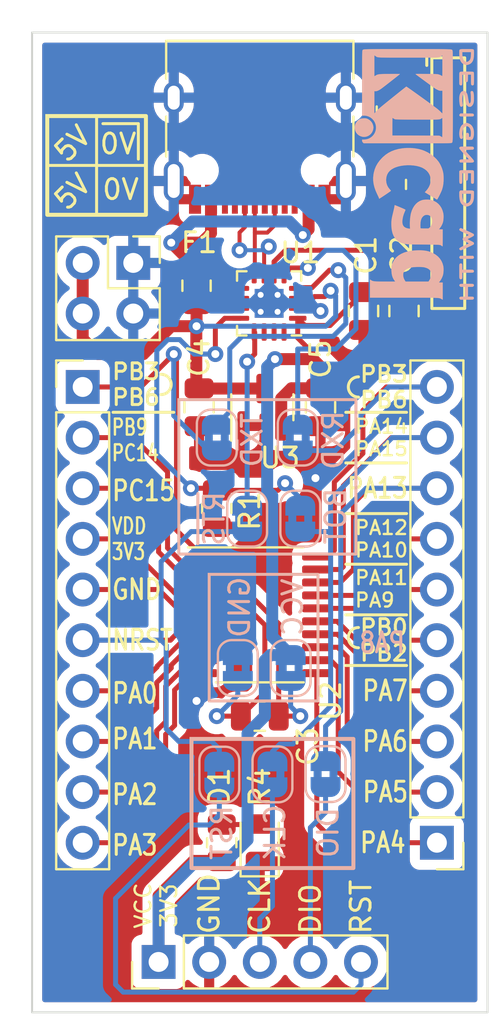
<source format=kicad_pcb>
(kicad_pcb (version 20211014) (generator pcbnew)
  (layers (0 "F.Cu" signal) (31 "B.Cu" signal) (34 "B.Paste" user) (35 "F.Paste" user) (36 "B.SilkS" user "B.Silkscreen") (37 "F.SilkS" user "F.Silkscreen") (38 "B.Mask" user) (39 "F.Mask" user) (44 "Edge.Cuts" user))
  (net 0 "")
  (net 1 "/PIN1")
  (net 2 "/PIN2")
  (net 3 "/PIN3")
  (net 4 "/PIN4")
  (net 5 "/PIN5")
  (net 6 "/PIN6")
  (net 7 "/PIN7")
  (net 8 "/PIN8")
  (net 9 "/PIN9")
  (net 10 "/PIN10")
  (net 11 "/PIN11")
  (net 12 "/PIN12")
  (net 13 "/PIN13")
  (net 14 "/PIN14")
  (net 15 "/PIN15")
  (net 16 "/PIN16")
  (net 17 "/PIN17")
  (net 18 "/PIN18")
  (net 19 "/PIN19")
  (net 20 "/PIN20")
  (net 21 "+3V3")
  (net 22 "GND")
  (net 23 "Net-(C2-Pad1)")
  (net 24 "Net-(D1-Pad2)")
  (net 25 "/RXD")
  (net 26 "/TXD")
  (net 27 "/ACT#")
  (net 28 "Net-(F1-Pad1)")
  (net 29 "VBUS")
  (net 30 "/CC1")
  (net 31 "/USBD+")
  (net 32 "/USBD-")
  (net 34 "/CC2")
  (net 36 "/SWDIO")
  (net 37 "/SWCLK")
  (net 38 "/NRST")
  (net 39 "/~{RTS}")
  (net 40 "/BOOT0")
  (footprint "LED_SMD:LED_0805_2012Metric" (layer "F.Cu") (at 130.805 96.52 90)
    (fp_text reference "D1")
    (fp_text value "PWR")
  )
  (footprint "Fuse:Fuse_0805_2012Metric" (layer "F.Cu") (at 127.635 68.58 -90)
    (fp_text reference "F1")
    (fp_text value "Fuse")
  )
  (footprint "Resistor_SMD:R_0805_2012Metric" (layer "F.Cu") (at 128.651 79.756 90)
    (fp_text reference "R1")
    (fp_text value "100K")
  )
  (footprint "Resistor_SMD:R_0805_2012Metric" (layer "F.Cu") (at 137.414 63.5 90)
    (fp_text reference "R3" hide)
    (fp_text value "5K1")
  )
  (footprint "Connector_PinHeader_2.54mm:PinHeader_1x10_P2.54mm_Vertical" (layer "F.Cu") (at 139.7 96.52 180)
    (fp_text reference "J2" hide)
    (fp_text value "Conn_01x10_Female")
  )
  (footprint "Resistor_SMD:R_0805_2012Metric" (layer "F.Cu") (at 128.9 96.52 -90)
    (fp_text reference "R4")
    (fp_text value "330")
  )
  (footprint "Package_TO_SOT_SMD:SOT-23" (layer "F.Cu") (at 130.937 74.676 90)
    (fp_text reference "U3")
    (fp_text value "XC6206P332MR")
  )
  (footprint "Capacitor_SMD:C_0805_2012Metric" (layer "F.Cu") (at 136.017 69.85 -90)
    (fp_text reference "C1")
    (fp_text value "0.1uF")
  )
  (footprint "Package_DFN_QFN:QFN-16-1EP_3x3mm_P0.5mm_EP1.45x1.45mm_ThermalVias" (layer "F.Cu") (at 131.2775 69.465 180)
    (fp_text reference "U1")
    (fp_text value "CH343P")
  )
  (footprint "Connector_USB:USB_C_Receptacle_HRO_TYPE-C-31-M-12" (layer "F.Cu") (at 130.81 60.198 180)
    (fp_text reference "J3" hide)
    (fp_text value "USB_C_Receptacle_USB2.0")
  )
  (footprint "Capacitor_SMD:C_0805_2012Metric" (layer "F.Cu") (at 138.049 69.85 -90)
    (fp_text reference "C2")
    (fp_text value "0.1uF")
  )
  (footprint "Capacitor_SMD:C_0805_2012Metric" (layer "F.Cu") (at 133.858 74.676 -90)
    (fp_text reference "C5")
    (fp_text value "0.1uF")
  )
  (footprint "Connector_PinSocket_2.54mm:PinSocket_2x02_P2.54mm_Vertical" (layer "F.Cu") (at 124.46 67.437)
    (fp_text reference "J4" hide)
    (fp_text value "Conn_02x02_Odd_Even")
  )
  (footprint "Connector_PinHeader_2.54mm:PinHeader_1x10_P2.54mm_Vertical" (layer "F.Cu") (at 121.92 73.66)
    (fp_text reference "J1" hide)
    (fp_text value "Conn_01x10_Female")
  )
  (footprint "Package_SO:TSSOP-20_4.4x6.5mm_P0.65mm" (layer "F.Cu") (at 130.81 85.09)
    (fp_text reference "U2")
    (fp_text value "STM32G030FxP")
  )
  (footprint "Capacitor_SMD:C_0805_2012Metric" (layer "F.Cu") (at 127.762 74.676 -90)
    (fp_text reference "C4")
    (fp_text value "0.1uF")
  )
  (footprint "Capacitor_SMD:C_0805_2012Metric" (layer "F.Cu") (at 130.81 90.17 180)
    (fp_text reference "C3")
    (fp_text value "0.1uF")
  )
  (footprint "Connector_PinHeader_2.54mm:PinHeader_1x05_P2.54mm_Vertical" (layer "F.Cu") (at 125.73 102.5 90)
    (fp_text reference "J5" hide)
    (fp_text value "Conn_01x05_Female")
  )
  (footprint "Resistor_SMD:R_0805_2012Metric" (layer "F.Cu") (at 137.414 59.817 -90)
    (fp_text reference "R2" hide)
    (fp_text value "5K1")
  )
  (footprint "Jumper:SolderJumper-2_P1.3mm_Bridged2Bar_RoundedPad1.0x1.5mm" (layer "B.Cu") (at 130.175 80.264 -90)
    (fp_text reference "JP3" hide)
    (fp_text value "SolderJumper_2_Bridged" hide)
  )
  (footprint "Jumper:SolderJumper-2_P1.3mm_Bridged2Bar_RoundedPad1.0x1.5mm" (layer "B.Cu") (at 134.112 93.076 90)
    (fp_text reference "JP7" hide)
    (fp_text value "SolderJumper_2_Bridged" hide)
  )
  (footprint "Symbol:KiCad-Logo2_5mm_SilkScreen" (layer "B.Cu") (at 138.557 62.992 -90)
    (fp_text reference "REF**" hide)
    (fp_text value "KiCad-Logo2_5mm_SilkScreen" hide)
  )
  (footprint "Jumper:SolderJumper-2_P1.3mm_Bridged2Bar_RoundedPad1.0x1.5mm" (layer "B.Cu") (at 128.778 93.106 90)
    (fp_text reference "JP9" hide)
    (fp_text value "SolderJumper_2_Bridged" hide)
  )
  (footprint "Jumper:SolderJumper-2_P1.3mm_Bridged2Bar_RoundedPad1.0x1.5mm" (layer "B.Cu") (at 129.707 87.757 -90)
    (fp_text reference "JP6" hide)
    (fp_text value "SolderJumper_2_Bridged" hide)
  )
  (footprint "Jumper:SolderJumper-2_P1.3mm_Bridged2Bar_RoundedPad1.0x1.5mm" (layer "B.Cu") (at 132.842 80.264 -90)
    (fp_text reference "JP4" hide)
    (fp_text value "SolderJumper_2_Bridged" hide)
  )
  (footprint "Jumper:SolderJumper-2_P1.3mm_Bridged2Bar_RoundedPad1.0x1.5mm" (layer "B.Cu") (at 128.651 76.2 -90)
    (fp_text reference "JP2" hide)
    (fp_text value "SolderJumper_2_Bridged" hide)
  )
  (footprint "Jumper:SolderJumper-2_P1.3mm_Bridged2Bar_RoundedPad1.0x1.5mm" (layer "B.Cu") (at 131.445 93.091 90)
    (fp_text reference "JP8" hide)
    (fp_text value "SolderJumper_2_Bridged" hide)
  )
  (footprint "Jumper:SolderJumper-2_P1.3mm_Bridged2Bar_RoundedPad1.0x1.5mm" (layer "B.Cu") (at 132.715 76.2 -90)
    (fp_text reference "JP1" hide)
    (fp_text value "SolderJumper_2_Bridged" hide)
  )
  (footprint "Jumper:SolderJumper-2_P1.3mm_Bridged2Bar_RoundedPad1.0x1.5mm" (layer "B.Cu") (at 132.359 87.757 -90)
    (fp_text reference "JP5" hide)
    (fp_text value "SolderJumper_2_Bridged" hide)
  )
  (gr_rect (start 126.746 74.295) (end 135.636 82.042) (layer "B.SilkS") (width 0.15) (fill none))
  (gr_rect (start 127.381 91.313) (end 135.509 97.79) (layer "B.SilkS") (width 0.2) (fill none))
  (gr_rect (start 128.27 89.408) (end 133.731 83.058) (layer "B.SilkS") (width 0.15) (fill none))
  (gr_line (start 122.6185 60.071) (end 122.6185 65.024) (layer "F.SilkS") (width 0.15))
  (gr_line (start 135.128 85.09) (end 138.176 85.09) (layer "F.SilkS") (width 0.15))
  (gr_rect (start 120.142 60.071) (end 125.095 65.024) (layer "F.SilkS") (width 0.2) (fill none))
  (gr_line (start 139.192 57.531) (end 139.192 56.896) (layer "F.SilkS") (width 0.15))
  (gr_line (start 135.128 87.63) (end 138.176 87.63) (layer "F.SilkS") (width 0.15))
  (gr_line (start 122.936 60.452) (end 124.714 60.452) (layer "F.SilkS") (width 0.15))
  (gr_line (start 123.444 74.93) (end 126.492 74.93) (layer "F.SilkS") (width 0.15))
  (gr_line (start 120.142 62.5475) (end 125.095 62.5475) (layer "F.SilkS") (width 0.15))
  (gr_arc (start 135.763 86.741) (mid 135.255 86.233) (end 135.763 85.725) (layer "F.SilkS") (width 0.15))
  (gr_line (start 135.128 77.47) (end 138.176 77.47) (layer "F.SilkS") (width 0.15))
  (gr_arc (start 135.763 74.168) (mid 135.255 73.66) (end 135.763 73.152) (layer "F.SilkS") (width 0.15))
  (gr_line (start 139.192 56.896) (end 139.827 56.896) (layer "F.SilkS") (width 0.15))
  (gr_line (start 124.714 60.452) (end 124.714 62.23) (layer "F.SilkS") (width 0.15))
  (gr_arc (start 125.857 73.025) (mid 126.365 73.533) (end 125.857 74.041) (layer "F.SilkS") (width 0.15))
  (gr_line (start 135.128 82.55) (end 138.176 82.55) (layer "F.SilkS") (width 0.15))
  (gr_line (start 135.128 80.01) (end 138.176 80.01) (layer "F.SilkS") (width 0.15))
  (gr_line (start 135.128 74.93) (end 138.176 74.93) (layer "F.SilkS") (width 0.15))
  (gr_rect (start 139.446 57.15) (end 141.097 69.723) (layer "F.SilkS") (width 0.15) (fill none))
  (gr_rect (start 119.38 55.88) (end 142.24 105.029) (layer "Edge.Cuts") (width 0.1) (fill none))
  (gr_text "CLK" (at 131.572 96.012 90) (layer "B.SilkS") (effects (font (size 1 1)) (justify mirror)))
  (gr_text "TXD" (at 130.429 76.327 90) (layer "B.SilkS") (effects (font (size 1 1)) (justify mirror)))
  (gr_text "DIO" (at 134.239 96.012 90) (layer "B.SilkS") (effects (font (size 1 1)) (justify mirror)))
  (gr_text "RST" (at 128.905 96.012 90) (layer "B.SilkS") (effects (font (size 1 1)) (justify mirror)))
  (gr_text "PA8" (at 138.176 86.487) (layer "B.SilkS") (effects (font (size 1 0.8)) (justify left mirror)))
  (gr_text "VCC" (at 132.461 84.709 90) (layer "B.SilkS") (effects (font (size 1 1)) (justify mirror)))
  (gr_text "BOT" (at 134.62 80.137 90) (layer "B.SilkS") (effects (font (size 1 1)) (justify mirror)))
  (gr_text "RXD" (at 134.493 76.327 90) (layer "B.SilkS") (effects (font (size 1 1)) (justify mirror)))
  (gr_text "GND" (at 129.794 84.709 90) (layer "B.SilkS") (effects (font (size 1 1)) (justify mirror)))
  (gr_text "~{RTS}" (at 128.524 80.264 90) (layer "B.SilkS") (effects (font (size 1 1)) (justify mirror)))
  (gr_text "PB9\nPC14" (at 123.317 76.327) (layer "F.SilkS") (effects (font (size 0.8 0.6) (thickness 0.12)) (justify left)))
  (gr_text "PA0" (at 123.317 89.027) (layer "F.SilkS") (effects (font (size 1 0.8)) (justify left)))
  (gr_text "PA4" (at 135.763 96.52) (layer "F.SilkS") (effects (font (size 1 0.8)) (justify left)))
  (gr_text "PA14\nPA15" (at 135.521572 76.2) (layer "F.SilkS") (effects (font (size 0.7 0.7) (thickness 0.12)) (justify left)))
  (gr_text "5V" (at 121.412 63.881 45) (layer "F.SilkS") (effects (font (size 1 1))))
  (gr_text "PA6" (at 135.877286 91.44) (layer "F.SilkS") (effects (font (size 1 0.8)) (justify left)))
  (gr_text "GND" (at 123.317 83.82) (layer "F.SilkS") (effects (font (size 1 0.8)) (justify left)))
  (gr_text "0V" (at 123.825 63.754) (layer "F.SilkS") (effects (font (size 1 1))))
  (gr_text "PC15" (at 123.317 78.867) (layer "F.SilkS") (effects (font (size 1 0.8)) (justify left)))
  (gr_text "PA3" (at 123.317 96.647) (layer "F.SilkS") (effects (font (size 1 0.8)) (justify left)))
  (gr_text "CLK" (at 130.81 99.695 90) (layer "F.SilkS") (effects (font (size 1 1))))
  (gr_text "PA11\nPA9" (at 135.521572 83.79) (layer "F.SilkS") (effects (font (size 0.7 0.7) (thickness 0.12)) (justify left)))
  (gr_text "PA1" (at 123.317 91.313) (layer "F.SilkS") (effects (font (size 1 0.8)) (justify left)))
  (gr_text "0V" (at 123.698 61.468) (layer "F.SilkS") (effects (font (size 1 1))))
  (gr_text "PB3\nPB6" (at 123.317 73.533) (layer "F.SilkS") (effects (font (size 0.8 0.8)) (justify left)))
  (gr_text "DIO" (at 133.35 99.837857 90) (layer "F.SilkS") (effects (font (size 1 1))))
  (gr_text "PB3\nPB6" (at 135.763 73.66) (layer "F.SilkS") (effects (font (size 0.8 0.8)) (justify left)))
  (gr_text "NRST" (at 123.317 86.36) (layer "F.SilkS") (effects (font (size 1 0.8)) (justify left)))
  (gr_text "VDD\n3V3" (at 123.317 81.28) (layer "F.SilkS") (effects (font (size 0.8 0.6) (thickness 0.12)) (justify left)))
  (gr_text "GND" (at 128.27 99.575953 90) (layer "F.SilkS") (effects (font (size 1 1))))
  (gr_text "VCC\n3V3" (at 125.603 99.671191 90) (layer "F.SilkS") (effects (font (size 0.8 0.8) (thickness 0.12))))
  (gr_text "RST" (at 135.89 99.742619 90) (layer "F.SilkS") (effects (font (size 1 1))))
  (gr_text "PA7" (at 135.877286 88.9) (layer "F.SilkS") (effects (font (size 1 0.8)) (justify left)))
  (gr_text "PA12\nPA10" (at 135.521572 81.28) (layer "F.SilkS") (effects (font (size 0.7 0.7) (thickness 0.12)) (justify left)))
  (gr_text "5V" (at 121.412 61.468 45) (layer "F.SilkS") (effects (font (size 1 1))))
  (gr_text "PA2" (at 123.317 94.107) (layer "F.SilkS") (effects (font (size 1 0.8)) (justify left)))
  (gr_text "PA5" (at 135.89 93.98) (layer "F.SilkS") (effects (font (size 1 0.8)) (justify left)))
  (gr_text "PA13" (at 135.115381 78.74) (layer "F.SilkS") (effects (font (size 1 0.8)) (justify left)))
  (gr_text "PB0\nPB2" (at 135.763 86.36) (layer "F.SilkS") (effects (font (size 0.8 0.8)) (justify left)))
  (segment (start 124.841 73.66) (end 126.492 72.009) (width 0.25) (layer "F.Cu") (net 1))
  (segment (start 121.92 73.66) (end 124.841 73.66) (width 0.25) (layer "F.Cu") (net 1))
  (segment (start 127.9475 82.165) (end 126.62904 80.84654) (width 0.25) (layer "F.Cu") (net 1))
  (segment (start 126.62904 80.84654) (end 126.62904 72.14604) (width 0.25) (layer "F.Cu") (net 1))
  (segment (start 126.62904 72.14604) (end 126.492 72.009) (width 0.25) (layer "F.Cu") (net 1))
  (via (at 126.492 72.009) (size 0.8) (drill 0.4) (layers "F.Cu" "B.Cu") (net 1))
  (segment (start 128.24206 76.85) (end 126.492 75.09994) (width 0.25) (layer "B.Cu") (net 1))
  (segment (start 128.651 76.85) (end 128.24206 76.85) (width 0.25) (layer "B.Cu") (net 1))
  (segment (start 126.492 75.09994) (end 126.492 72.009) (width 0.25) (layer "B.Cu") (net 1))
  (segment (start 126.17952 81.734881) (end 126.17952 77.91952) (width 0.25) (layer "F.Cu") (net 2))
  (segment (start 127.9475 82.815) (end 127.259639 82.815) (width 0.25) (layer "F.Cu") (net 2))
  (segment (start 126.17952 77.91952) (end 124.46 76.2) (width 0.25) (layer "F.Cu") (net 2))
  (segment (start 127.259639 82.815) (end 126.17952 81.734881) (width 0.25) (layer "F.Cu") (net 2))
  (segment (start 124.46 76.2) (end 121.92 76.2) (width 0.25) (layer "F.Cu") (net 2))
  (segment (start 127.259639 83.465) (end 125.73 81.935361) (width 0.25) (layer "F.Cu") (net 3))
  (segment (start 125.73 80.01) (end 124.46 78.74) (width 0.25) (layer "F.Cu") (net 3))
  (segment (start 124.46 78.74) (end 121.92 78.74) (width 0.25) (layer "F.Cu") (net 3))
  (segment (start 125.73 81.935361) (end 125.73 80.01) (width 0.25) (layer "F.Cu") (net 3))
  (segment (start 127.9475 83.465) (end 127.259639 83.465) (width 0.25) (layer "F.Cu") (net 3))
  (segment (start 132.842 90.17) (end 131.76 90.17) (width 0.25) (layer "F.Cu") (net 4))
  (segment (start 123.825718 81.28) (end 121.92 81.28) (width 0.25) (layer "F.Cu") (net 4))
  (segment (start 130.343 84.115) (end 131.76 85.532) (width 0.25) (layer "F.Cu") (net 4))
  (segment (start 127.9475 84.115) (end 130.343 84.115) (width 0.25) (layer "F.Cu") (net 4))
  (segment (start 126.660718 84.115) (end 123.825718 81.28) (width 0.25) (layer "F.Cu") (net 4))
  (segment (start 127.9475 84.115) (end 126.660718 84.115) (width 0.25) (layer "F.Cu") (net 4))
  (segment (start 131.76 85.532) (end 131.76 90.17) (width 0.25) (layer "F.Cu") (net 4))
  (via (at 132.842 90.17) (size 0.8) (drill 0.4) (layers "F.Cu" "B.Cu") (net 4))
  (segment (start 132.359 89.687) (end 132.842 90.17) (width 0.25) (layer "B.Cu") (net 4))
  (segment (start 132.359 88.407) (end 132.359 89.687) (width 0.25) (layer "B.Cu") (net 4))
  (segment (start 128.651 90.17) (end 129.86 90.17) (width 0.25) (layer "F.Cu") (net 5))
  (segment (start 125.73 83.82) (end 121.92 83.82) (width 0.25) (layer "F.Cu") (net 5))
  (segment (start 130.231 84.765) (end 131.064 85.598) (width 0.25) (layer "F.Cu") (net 5))
  (segment (start 127.9475 84.765) (end 130.231 84.765) (width 0.25) (layer "F.Cu") (net 5))
  (segment (start 127.9475 84.765) (end 126.675 84.765) (width 0.25) (layer "F.Cu") (net 5))
  (segment (start 131.064 88.966) (end 129.86 90.17) (width 0.25) (layer "F.Cu") (net 5))
  (segment (start 131.064 85.598) (end 131.064 88.966) (width 0.25) (layer "F.Cu") (net 5))
  (segment (start 126.675 84.765) (end 125.73 83.82) (width 0.25) (layer "F.Cu") (net 5))
  (via (at 128.651 90.17) (size 0.8) (drill 0.4) (layers "F.Cu" "B.Cu") (net 5))
  (segment (start 129.707 89.114) (end 128.651 90.17) (width 0.25) (layer "B.Cu") (net 5))
  (segment (start 129.707 88.407) (end 129.707 89.114) (width 0.25) (layer "B.Cu") (net 5))
  (segment (start 126.41046 86.264179) (end 126.410461 86.278461) (width 0.25) (layer "F.Cu") (net 6))
  (segment (start 126.410461 86.278461) (end 126.328922 86.36) (width 0.25) (layer "F.Cu") (net 6))
  (segment (start 127.9475 85.415) (end 127.259639 85.415) (width 0.25) (layer "F.Cu") (net 6))
  (segment (start 126.328922 86.36) (end 121.92 86.36) (width 0.25) (layer "F.Cu") (net 6))
  (segment (start 127.259639 85.415) (end 126.41046 86.264179) (width 0.25) (layer "F.Cu") (net 6))
  (segment (start 128.397 91.44) (end 126.746 91.44) (width 0.25) (layer "B.Cu") (net 6))
  (segment (start 130.175 80.914) (end 127.366 80.914) (width 0.25) (layer "B.Cu") (net 6))
  (segment (start 128.778 91.821) (end 128.397 91.44) (width 0.25) (layer "B.Cu") (net 6))
  (segment (start 128.778 92.456) (end 128.778 91.821) (width 0.25) (layer "B.Cu") (net 6))
  (segment (start 125.857 86.36) (end 121.92 86.36) (width 0.25) (layer "B.Cu") (net 6))
  (segment (start 127.366 80.914) (end 125.857 82.423) (width 0.25) (layer "B.Cu") (net 6))
  (segment (start 126.746 91.44) (end 126.111 90.805) (width 0.25) (layer "B.Cu") (net 6))
  (segment (start 126.111 86.614) (end 125.857 86.36) (width 0.25) (layer "B.Cu") (net 6))
  (segment (start 125.857 82.423) (end 125.857 86.36) (width 0.25) (layer "B.Cu") (net 6))
  (segment (start 126.111 90.805) (end 126.111 86.614) (width 0.25) (layer "B.Cu") (net 6))
  (segment (start 125.651468 87.673171) (end 125.651468 87.708532) (width 0.25) (layer "F.Cu") (net 7))
  (segment (start 127.259639 86.065) (end 125.651468 87.673171) (width 0.25) (layer "F.Cu") (net 7))
  (segment (start 127.9475 86.065) (end 127.259639 86.065) (width 0.25) (layer "F.Cu") (net 7))
  (segment (start 124.46 88.9) (end 121.92 88.9) (width 0.25) (layer "F.Cu") (net 7))
  (segment (start 125.651468 87.708532) (end 124.46 88.9) (width 0.25) (layer "F.Cu") (net 7))
  (segment (start 125.634511 89.756081) (end 123.950592 91.44) (width 0.25) (layer "F.Cu") (net 8))
  (segment (start 127.9475 86.715) (end 127.259639 86.715) (width 0.25) (layer "F.Cu") (net 8))
  (segment (start 125.634512 88.48608) (end 125.634511 89.756081) (width 0.25) (layer "F.Cu") (net 8))
  (segment (start 127.259639 86.715) (end 126.365 87.609639) (width 0.25) (layer "F.Cu") (net 8))
  (segment (start 126.365 87.609639) (end 126.365 87.755592) (width 0.25) (layer "F.Cu") (net 8))
  (segment (start 123.950592 91.44) (end 121.92 91.44) (width 0.25) (layer "F.Cu") (net 8))
  (segment (start 126.365 87.755592) (end 125.634512 88.48608) (width 0.25) (layer "F.Cu") (net 8))
  (segment (start 126.084022 90.450274) (end 125.634511 90.899785) (width 0.25) (layer "F.Cu") (net 9))
  (segment (start 124.46 93.98) (end 121.92 93.98) (width 0.25) (layer "F.Cu") (net 9))
  (segment (start 127.9475 87.365) (end 127.259639 87.365) (width 0.25) (layer "F.Cu") (net 9))
  (segment (start 127.259639 87.365) (end 126.88548 87.739159) (width 0.25) (layer "F.Cu") (net 9))
  (segment (start 125.634511 92.805489) (end 124.46 93.98) (width 0.25) (layer "F.Cu") (net 9))
  (segment (start 126.88548 87.870816) (end 126.084022 88.672274) (width 0.25) (layer "F.Cu") (net 9))
  (segment (start 125.634511 90.899785) (end 125.634511 92.805489) (width 0.25) (layer "F.Cu") (net 9))
  (segment (start 126.084022 88.672274) (end 126.084022 90.450274) (width 0.25) (layer "F.Cu") (net 9))
  (segment (start 126.88548 87.739159) (end 126.88548 87.870816) (width 0.25) (layer "F.Cu") (net 9))
  (segment (start 126.533533 90.636467) (end 126.533533 88.858467) (width 0.25) (layer "F.Cu") (net 10))
  (segment (start 124.46 96.52) (end 126.084022 94.895978) (width 0.25) (layer "F.Cu") (net 10))
  (segment (start 127 88.392) (end 127.5705 88.392) (width 0.25) (layer "F.Cu") (net 10))
  (segment (start 127.5705 88.392) (end 127.9475 88.015) (width 0.25) (layer "F.Cu") (net 10))
  (segment (start 126.084022 94.895978) (end 126.084022 91.085978) (width 0.25) (layer "F.Cu") (net 10))
  (segment (start 126.084022 91.085978) (end 126.533533 90.636467) (width 0.25) (layer "F.Cu") (net 10))
  (segment (start 126.533533 88.858467) (end 127 88.392) (width 0.25) (layer "F.Cu") (net 10))
  (segment (start 124.46 96.52) (end 121.92 96.52) (width 0.25) (layer "F.Cu") (net 10))
  (segment (start 133.6725 95.5725) (end 134.62 96.52) (width 0.25) (layer "F.Cu") (net 11))
  (segment (start 133.6725 88.015) (end 133.6725 95.5725) (width 0.25) (layer "F.Cu") (net 11))
  (segment (start 134.62 96.52) (end 139.7 96.52) (width 0.25) (layer "F.Cu") (net 11))
  (segment (start 134.747 87.751639) (end 134.747 92.964) (width 0.25) (layer "F.Cu") (net 12))
  (segment (start 135.763 93.98) (end 139.7 93.98) (width 0.25) (layer "F.Cu") (net 12))
  (segment (start 134.360361 87.365) (end 134.747 87.751639) (width 0.25) (layer "F.Cu") (net 12))
  (segment (start 133.6725 87.365) (end 134.360361 87.365) (width 0.25) (layer "F.Cu") (net 12))
  (segment (start 134.747 92.964) (end 135.763 93.98) (width 0.25) (layer "F.Cu") (net 12))
  (segment (start 133.6725 86.715) (end 134.721 86.715) (width 0.25) (layer "F.Cu") (net 13))
  (segment (start 134.721 86.715) (end 135.19652 87.19052) (width 0.25) (layer "F.Cu") (net 13))
  (segment (start 135.19652 90.932) (end 135.70452 91.44) (width 0.25) (layer "F.Cu") (net 13))
  (segment (start 135.19652 87.19052) (end 135.19652 90.932) (width 0.25) (layer "F.Cu") (net 13))
  (segment (start 135.70452 91.44) (end 139.7 91.44) (width 0.25) (layer "F.Cu") (net 13))
  (segment (start 134.706718 86.065) (end 135.64604 87.004322) (width 0.25) (layer "F.Cu") (net 14))
  (segment (start 135.64604 87.004322) (end 135.64604 88.588121) (width 0.25) (layer "F.Cu") (net 14))
  (segment (start 133.6725 86.065) (end 134.706718 86.065) (width 0.25) (layer "F.Cu") (net 14))
  (segment (start 135.957919 88.9) (end 139.7 88.9) (width 0.25) (layer "F.Cu") (net 14))
  (segment (start 135.64604 88.588121) (end 135.957919 88.9) (width 0.25) (layer "F.Cu") (net 14))
  (segment (start 133.6725 85.415) (end 134.692436 85.415) (width 0.25) (layer "F.Cu") (net 15))
  (segment (start 134.692436 85.415) (end 135.637436 86.36) (width 0.25) (layer "F.Cu") (net 15))
  (segment (start 135.637436 86.36) (end 139.7 86.36) (width 0.25) (layer "F.Cu") (net 15))
  (segment (start 136.215 84.765) (end 137.16 83.82) (width 0.25) (layer "F.Cu") (net 16))
  (segment (start 133.6725 84.765) (end 136.215 84.765) (width 0.25) (layer "F.Cu") (net 16))
  (segment (start 137.16 83.82) (end 139.7 83.82) (width 0.25) (layer "F.Cu") (net 16))
  (segment (start 137.16 81.28) (end 139.7 81.28) (width 0.25) (layer "F.Cu") (net 17))
  (segment (start 135.985489 82.454511) (end 137.16 81.28) (width 0.25) (layer "F.Cu") (net 17))
  (segment (start 135.722 84.115) (end 135.985489 83.851511) (width 0.25) (layer "F.Cu") (net 17))
  (segment (start 135.985489 83.851511) (end 135.985489 82.454511) (width 0.25) (layer "F.Cu") (net 17))
  (segment (start 133.6725 84.115) (end 135.722 84.115) (width 0.25) (layer "F.Cu") (net 17))
  (segment (start 134.848717 83.465) (end 135.509 82.804717) (width 0.25) (layer "F.Cu") (net 18))
  (segment (start 133.6725 83.465) (end 134.848717 83.465) (width 0.25) (layer "F.Cu") (net 18))
  (segment (start 135.509 79.502) (end 136.271 78.74) (width 0.25) (layer "F.Cu") (net 18))
  (segment (start 135.509 82.804717) (end 135.509 79.502) (width 0.25) (layer "F.Cu") (net 18))
  (segment (start 136.271 78.74) (end 139.7 78.74) (width 0.25) (layer "F.Cu") (net 18))
  (segment (start 134.112 92.426) (end 134.112 90.678) (width 0.25) (layer "B.Cu") (net 18))
  (segment (start 136.144 78.74) (end 139.7 78.74) (width 0.25) (layer "B.Cu") (net 18))
  (segment (start 134.874 80.01) (end 136.144 78.74) (width 0.25) (layer "B.Cu") (net 18))
  (segment (start 134.874 89.916) (end 134.874 80.01) (width 0.25) (layer "B.Cu") (net 18))
  (segment (start 134.112 90.678) (end 134.874 89.916) (width 0.25) (layer "B.Cu") (net 18))
  (segment (start 135.001 82.677) (end 135.001 78.613) (width 0.25) (layer "F.Cu") (net 19))
  (segment (start 133.6725 82.815) (end 134.863 82.815) (width 0.25) (layer "F.Cu") (net 19))
  (segment (start 135.001 78.613) (end 137.414 76.2) (width 0.25) (layer "F.Cu") (net 19))
  (segment (start 137.414 76.2) (end 139.7 76.2) (width 0.25) (layer "F.Cu") (net 19))
  (segment (start 134.863 82.815) (end 135.001 82.677) (width 0.25) (layer "F.Cu") (net 19))
  (segment (start 137.45694 76.2) (end 134.366 79.29094) (width 0.25) (layer "B.Cu") (net 19))
  (segment (start 132.842 80.914) (end 134.254 80.914) (width 0.25) (layer "B.Cu") (net 19))
  (segment (start 134.254 80.914) (end 134.366 81.026) (width 0.25) (layer "B.Cu") (net 19))
  (segment (start 132.469614 91.567) (end 131.826 91.567) (width 0.25) (layer "B.Cu") (net 19))
  (segment (start 134.366 79.29094) (end 134.366 81.026) (width 0.25) (layer "B.Cu") (net 19))
  (segment (start 131.445 92.441) (end 131.445 91.948) (width 0.25) (layer "B.Cu") (net 19))
  (segment (start 134.366 89.670614) (end 132.469614 91.567) (width 0.25) (layer "B.Cu") (net 19))
  (segment (start 134.366 81.026) (end 134.366 89.670614) (width 0.25) (layer "B.Cu") (net 19))
  (segment (start 131.445 91.948) (end 131.826 91.567) (width 0.25) (layer "B.Cu") (net 19))
  (segment (start 139.7 76.2) (end 137.45694 76.2) (width 0.25) (layer "B.Cu") (net 19))
  (segment (start 134.243 82.165) (end 134.55148 81.85652) (width 0.25) (layer "F.Cu") (net 20))
  (segment (start 134.55148 78.426802) (end 135.985489 76.992793) (width 0.25) (layer "F.Cu") (net 20))
  (segment (start 135.985489 74.834511) (end 137.16 73.66) (width 0.25) (layer "F.Cu") (net 20))
  (segment (start 134.55148 81.85652) (end 134.55148 78.426802) (width 0.25) (layer "F.Cu") (net 20))
  (segment (start 137.16 73.66) (end 139.7 73.66) (width 0.25) (layer "F.Cu") (net 20))
  (segment (start 133.6725 82.165) (end 134.243 82.165) (width 0.25) (layer "F.Cu") (net 20))
  (segment (start 135.985489 76.992793) (end 135.985489 74.834511) (width 0.25) (layer "F.Cu") (net 20))
  (segment (start 135.89 75.565) (end 135.89 75.057) (width 0.25) (layer "B.Cu") (net 20))
  (segment (start 135.89 75.057) (end 137.287 73.66) (width 0.25) (layer "B.Cu") (net 20))
  (segment (start 134.605 76.85) (end 135.89 75.565) (width 0.25) (layer "B.Cu") (net 20))
  (segment (start 137.287 73.66) (end 139.7 73.66) (width 0.25) (layer "B.Cu") (net 20))
  (segment (start 132.715 76.85) (end 134.605 76.85) (width 0.25) (layer "B.Cu") (net 20))
  (segment (start 133.477 72.263) (end 134.112 72.898) (width 0.6) (layer "F.Cu") (net 21))
  (segment (start 131.887 75.6135) (end 131.887 74.234) (width 0.6) (layer "F.Cu") (net 21))
  (segment (start 134.342499 70.574501) (end 133.074501 70.574501) (width 0.25) (layer "F.Cu") (net 21))
  (segment (start 133.074501 70.574501) (end 132.715 70.215) (width 0.25) (layer "F.Cu") (net 21))
  (segment (start 132.395 73.726) (end 134.112 73.726) (width 0.6) (layer "F.Cu") (net 21))
  (segment (start 134.112 72.898) (end 134.112 73.726) (width 0.6) (layer "F.Cu") (net 21))
  (segment (start 125.73 99.187) (end 127.4845 97.4325) (width 0.6) (layer "F.Cu") (net 21))
  (segment (start 131.572 72.263) (end 133.477 72.263) (width 0.6) (layer "F.Cu") (net 21))
  (segment (start 127.4845 97.4325) (end 128.9 97.4325) (width 0.6) (layer "F.Cu") (net 21))
  (segment (start 133.477 71.961828) (end 133.477 72.263) (width 0.25) (layer "F.Cu") (net 21))
  (segment (start 125.73 102.5) (end 125.73 99.187) (width 0.6) (layer "F.Cu") (net 21))
  (segment (start 132.715 71.199828) (end 133.477 71.961828) (width 0.25) (layer "F.Cu") (net 21))
  (segment (start 131.887 74.234) (end 132.395 73.726) (width 0.6) (layer "F.Cu") (net 21))
  (segment (start 132.715 70.215) (end 132.715 71.199828) (width 0.25) (layer "F.Cu") (net 21))
  (segment (start 136.017 68.9) (end 134.342499 70.574501) (width 0.25) (layer "F.Cu") (net 21))
  (via (at 131.572 72.263) (size 0.8) (drill 0.4) (layers "F.Cu" "B.Cu") (net 21))
  (segment (start 131.434499 79.112587) (end 131.180499 78.858587) (width 0.6) (layer "B.Cu") (net 21))
  (segment (start 130.195489 96.372511) (end 129.032 97.536) (width 0.6) (layer "B.Cu") (net 21))
  (segment (start 131.064 87.376) (end 131.064 90.17) (width 0.6) (layer "B.Cu") (net 21))
  (segment (start 132.359 87.107) (end 131.333 87.107) (width 0.6) (layer "B.Cu") (net 21))
  (segment (start 131.434499 86.182499) (end 131.434499 79.112587) (width 0.6) (layer "B.Cu") (net 21))
  (segment (start 125.73 99.314) (end 125.73 102.5) (width 0.6) (layer "B.Cu") (net 21))
  (segment (start 131.064 90.17) (end 130.195489 91.038511) (width 0.6) (layer "B.Cu") (net 21))
  (segment (start 131.333 87.107) (end 131.064 87.376) (width 0.6) (layer "B.Cu") (net 21))
  (segment (start 130.195489 91.038511) (end 130.195489 96.372511) (width 0.6) (layer "B.Cu") (net 21))
  (segment (start 129.032 97.536) (end 127.508 97.536) (width 0.6) (layer "B.Cu") (net 21))
  (segment (start 127.508 97.536) (end 125.73 99.314) (width 0.6) (layer "B.Cu") (net 21))
  (segment (start 131.180499 78.858587) (end 131.180499 72.654501) (width 0.6) (layer "B.Cu") (net 21))
  (segment (start 132.359 87.107) (end 131.434499 86.182499) (width 0.6) (layer "B.Cu") (net 21))
  (segment (start 131.180499 72.654501) (end 131.572 72.263) (width 0.6) (layer "B.Cu") (net 21))
  (segment (start 132.715 69.715) (end 133.723 69.715) (width 0.25) (layer "F.Cu") (net 22))
  (segment (start 133.723 69.715) (end 133.858 69.85) (width 0.25) (layer "F.Cu") (net 22))
  (via (at 127.635 89.408) (size 0.8) (drill 0.4) (layers "F.Cu" "B.Cu") (net 22))
  (via (at 133.858 69.85) (size 0.8) (drill 0.4) (layers "F.Cu" "B.Cu") (net 22))
  (via (at 133.604 78.232) (size 0.8) (drill 0.4) (layers "F.Cu" "B.Cu") (net 22))
  (segment (start 131.5275 67.373075) (end 131.5275 68.0275) (width 0.25) (layer "F.Cu") (net 23))
  (segment (start 138.049 68.9) (end 138.049 67.31) (width 0.25) (layer "F.Cu") (net 23))
  (segment (start 138.049 67.31) (end 137.541 66.802) (width 0.25) (layer "F.Cu") (net 23))
  (segment (start 132.098575 66.802) (end 131.5275 67.373075) (width 0.25) (layer "F.Cu") (net 23))
  (segment (start 137.541 66.802) (end 132.098575 66.802) (width 0.25) (layer "F.Cu") (net 23))
  (segment (start 128.9 95.6075) (end 130.78 95.6075) (width 0.25) (layer "F.Cu") (net 24))
  (segment (start 130.78 95.6075) (end 130.805 95.5825) (width 0.25) (layer "F.Cu") (net 24))
  (segment (start 133.223 67.691) (end 132.364 67.691) (width 0.25) (layer "F.Cu") (net 25))
  (segment (start 132.364 67.691) (end 132.0275 68.0275) (width 0.25) (layer "F.Cu") (net 25))
  (via (at 133.223 67.691) (size 0.8) (drill 0.4) (layers "F.Cu" "B.Cu") (net 25))
  (segment (start 132.715 75.55) (end 132.715 71.755) (width 0.25) (layer "B.Cu") (net 25))
  (segment (start 134.62 71.755) (end 135.636 70.739) (width 0.25) (layer "B.Cu") (net 25))
  (segment (start 135.001 66.802) (end 134.112 66.802) (width 0.25) (layer "B.Cu") (net 25))
  (segment (start 135.636 67.437) (end 135.001 66.802) (width 0.25) (layer "B.Cu") (net 25))
  (segment (start 134.112 66.802) (end 133.223 67.691) (width 0.25) (layer "B.Cu") (net 25))
  (segment (start 135.636 70.739) (end 135.636 67.437) (width 0.25) (layer "B.Cu") (net 25))
  (segment (start 132.715 71.755) (end 134.62 71.755) (width 0.25) (layer "B.Cu") (net 25))
  (segment (start 132.754011 68.675989) (end 133.433517 68.675989) (width 0.25) (layer "F.Cu") (net 26))
  (segment (start 132.715 68.715) (end 132.754011 68.675989) (width 0.25) (layer "F.Cu") (net 26))
  (segment (start 133.433517 68.675989) (end 134.309007 67.8005) (width 0.25) (layer "F.Cu") (net 26))
  (segment (start 134.309007 67.8005) (end 134.747 67.8005) (width 0.25) (layer "F.Cu") (net 26))
  (via (at 134.747 67.8005) (size 0.8) (drill 0.4) (layers "F.Cu" "B.Cu") (net 26))
  (segment (start 129.303901 74.897099) (end 129.303901 71.737099) (width 0.25) (layer "B.Cu") (net 26))
  (segment (start 134.493 71.12) (end 135.128 70.485) (width 0.25) (layer "B.Cu") (net 26))
  (segment (start 135.128 68.1815) (end 134.747 67.8005) (width 0.25) (layer "B.Cu") (net 26))
  (segment (start 129.303901 71.737099) (end 129.921 71.12) (width 0.25) (layer "B.Cu") (net 26))
  (segment (start 129.921 71.12) (end 134.493 71.12) (width 0.25) (layer "B.Cu") (net 26))
  (segment (start 135.128 70.485) (end 135.128 68.1815) (width 0.25) (layer "B.Cu") (net 26))
  (segment (start 128.651 75.55) (end 129.303901 74.897099) (width 0.25) (layer "B.Cu") (net 26))
  (segment (start 133.26 64.624) (end 133.26 65.749) (width 0.6) (layer "F.Cu") (net 28))
  (segment (start 127.888 66.421) (end 126.365 66.421) (width 0.6) (layer "F.Cu") (net 28))
  (segment (start 127.5865 67.6425) (end 126.365 66.421) (width 0.6) (layer "F.Cu") (net 28))
  (segment (start 133.26 65.749) (end 132.969 66.04) (width 0.6) (layer "F.Cu") (net 28))
  (segment (start 128.36 65.949) (end 127.888 66.421) (width 0.6) (layer "F.Cu") (net 28))
  (segment (start 127.635 67.6425) (end 127.5865 67.6425) (width 0.6) (layer "F.Cu") (net 28))
  (segment (start 128.36 64.624) (end 128.36 65.949) (width 0.6) (layer "F.Cu") (net 28))
  (via (at 132.969 66.04) (size 0.8) (drill 0.4) (layers "F.Cu" "B.Cu") (net 28))
  (via (at 126.365 66.421) (size 0.8) (drill 0.4) (layers "F.Cu" "B.Cu") (net 28))
  (segment (start 132.969 66.04) (end 132.28752 65.35852) (width 0.6) (layer "B.Cu") (net 28))
  (segment (start 132.28752 65.35852) (end 127.42748 65.35852) (width 0.6) (layer "B.Cu") (net 28))
  (segment (start 127.42748 65.35852) (end 126.365 66.421) (width 0.6) (layer "B.Cu") (net 28))
  (segment (start 127.635 69.2635) (end 127.635 70.612) (width 0.6) (layer "F.Cu") (net 29))
  (segment (start 133.557901 69.125499) (end 134.074501 69.125499) (width 0.25) (layer "F.Cu") (net 29))
  (segment (start 121.92 67.437) (end 121.92 69.977) (width 0.6) (layer "F.Cu") (net 29))
  (segment (start 133.4684 69.215) (end 133.557901 69.125499) (width 0.25) (layer "F.Cu") (net 29))
  (segment (start 130.937 73.7385) (end 127.7745 73.7385) (width 0.6) (layer "F.Cu") (net 29))
  (segment (start 127.624499 73.588499) (end 127.762 73.726) (width 0.6) (layer "F.Cu") (net 29))
  (segment (start 132.715 69.215) (end 133.4684 69.215) (width 0.25) (layer "F.Cu") (net 29))
  (segment (start 129.84 68.715) (end 128.1835 68.715) (width 0.25) (layer "F.Cu") (net 29))
  (segment (start 122.682 72.009) (end 121.92 71.247) (width 0.6) (layer "F.Cu") (net 29))
  (segment (start 121.92 71.247) (end 121.92 69.977) (width 0.6) (layer "F.Cu") (net 29))
  (segment (start 124.968 72.009) (end 122.682 72.009) (width 0.6) (layer "F.Cu") (net 29))
  (segment (start 126.365 70.612) (end 124.968 72.009) (width 0.6) (layer "F.Cu") (net 29))
  (segment (start 128.1835 68.715) (end 127.635 69.2635) (width 0.25) (layer "F.Cu") (net 29))
  (segment (start 127.635 70.612) (end 126.365 70.612) (width 0.6) (layer "F.Cu") (net 29))
  (segment (start 134.074501 69.125499) (end 134.366 68.834) (width 0.25) (layer "F.Cu") (net 29))
  (segment (start 127.635 70.612) (end 127.624499 70.622501) (width 0.6) (layer "F.Cu") (net 29))
  (segment (start 127.7745 73.7385) (end 127.762 73.726) (width 0.6) (layer "F.Cu") (net 29))
  (segment (start 127.624499 70.622501) (end 127.624499 73.588499) (width 0.6) (layer "F.Cu") (net 29))
  (via (at 134.366 68.834) (size 0.8) (drill 0.4) (layers "F.Cu" "B.Cu") (net 29))
  (via (at 127.635 70.612) (size 0.8) (drill 0.4) (layers "F.Cu" "B.Cu") (net 29))
  (segment (start 127.635 70.612) (end 134.1206 70.612) (width 0.25) (layer "B.Cu") (net 29))
  (segment (start 134.62 69.088) (end 134.366 68.834) (width 0.25) (layer "B.Cu") (net 29))
  (segment (start 134.62 70.1126) (end 134.62 69.088) (width 0.25) (layer "B.Cu") (net 29))
  (segment (start 134.1206 70.612) (end 134.62 70.1126) (width 0.25) (layer "B.Cu") (net 29))
  (segment (start 133.223 61.468) (end 132.06 62.631) (width 0.25) (layer "F.Cu") (net 30))
  (segment (start 137.1365 62.5875) (end 136.017 61.468) (width 0.25) (layer "F.Cu") (net 30))
  (segment (start 132.06 62.631) (end 132.06 64.243) (width 0.25) (layer "F.Cu") (net 30))
  (segment (start 136.017 61.468) (end 133.223 61.468) (width 0.25) (layer "F.Cu") (net 30))
  (segment (start 137.414 62.5875) (end 137.1365 62.5875) (width 0.25) (layer "F.Cu") (net 30))
  (segment (start 130.06 65.647) (end 130.06 64.243) (width 0.2) (layer "F.Cu") (net 31))
  (segment (start 129.794 65.913) (end 130.06 65.647) (width 0.2) (layer "F.Cu") (net 31))
  (segment (start 129.794 66.802) (end 129.794 65.913) (width 0.2) (layer "F.Cu") (net 31))
  (segment (start 130.302 62.865) (end 130.81 62.865) (width 0.2) (layer "F.Cu") (net 31))
  (segment (start 130.06 63.107) (end 130.302 62.865) (width 0.2) (layer "F.Cu") (net 31))
  (segment (start 130.06 64.243) (end 130.06 63.107) (width 0.2) (layer "F.Cu") (net 31))
  (segment (start 131.2595 66.616461) (end 131.0275 66.848461) (width 0.2) (layer "F.Cu") (net 31))
  (segment (start 131.06 63.115) (end 131.06 64.243) (width 0.2) (layer "F.Cu") (net 31))
  (segment (start 131.0275 66.848461) (end 131.0275 68.0275) (width 0.2) (layer "F.Cu") (net 31))
  (segment (start 130.81 62.865) (end 131.06 63.115) (width 0.2) (layer "F.Cu") (net 31))
  (via (at 131.2595 66.616461) (size 0.8) (drill 0.4) (layers "F.Cu" "B.Cu") (net 31))
  (via (at 129.794 66.802) (size 0.8) (drill 0.4) (layers "F.Cu" "B.Cu") (net 31))
  (segment (start 131.2595 66.616461) (end 131.073961 66.802) (width 0.2) (layer "B.Cu") (net 31))
  (segment (start 131.073961 66.802) (end 129.794 66.802) (width 0.2) (layer "B.Cu") (net 31))
  (segment (start 131.187 65.917) (end 130.56 65.917) (width 0.2) (layer "F.Cu") (net 32))
  (segment (start 130.56 65.917) (end 130.56 64.624) (width 0.2) (layer "F.Cu") (net 32))
  (segment (start 131.56 65.544) (end 131.187 65.917) (width 0.2) (layer "F.Cu") (net 32))
  (segment (start 130.5275 68.0275) (end 130.56 67.995) (width 0.2) (layer "F.Cu") (net 32))
  (segment (start 130.56 67.995) (end 130.56 65.917) (width 0.2) (layer "F.Cu") (net 32))
  (segment (start 131.56 64.624) (end 131.56 65.544) (width 0.2) (layer "F.Cu") (net 32))
  (segment (start 137.414 60.7295) (end 133.1995 60.7295) (width 0.25) (layer "F.Cu") (net 34))
  (segment (start 129.413 61.976) (end 129.06 62.329) (width 0.25) (layer "F.Cu") (net 34))
  (segment (start 131.953 61.976) (end 129.413 61.976) (width 0.25) (layer "F.Cu") (net 34))
  (segment (start 133.1995 60.7295) (end 131.953 61.976) (width 0.25) (layer "F.Cu") (net 34))
  (segment (start 129.06 62.329) (end 129.06 64.243) (width 0.25) (layer "F.Cu") (net 34))
  (segment (start 134.112 94.996) (end 133.35 95.758) (width 0.25) (layer "B.Cu") (net 36))
  (segment (start 134.112 93.726) (end 134.112 94.996) (width 0.25) (layer "B.Cu") (net 36))
  (segment (start 133.35 95.758) (end 133.35 102.5) (width 0.25) (layer "B.Cu") (net 36))
  (segment (start 131.445 99.695) (end 130.81 100.33) (width 0.25) (layer "B.Cu") (net 37))
  (segment (start 130.81 100.33) (end 130.81 102.5) (width 0.25) (layer "B.Cu") (net 37))
  (segment (start 131.445 93.741) (end 131.445 99.695) (width 0.25) (layer "B.Cu") (net 37))
  (segment (start 128.27 95.631) (end 127.254 95.631) (width 0.25) (layer "B.Cu") (net 38))
  (segment (start 123.571 99.314) (end 123.571 103.632) (width 0.25) (layer "B.Cu") (net 38))
  (segment (start 135.509 104.013) (end 135.89 103.632) (width 0.25) (layer "B.Cu") (net 38))
  (segment (start 123.952 104.013) (end 135.509 104.013) (width 0.25) (layer "B.Cu") (net 38))
  (segment (start 127.254 95.631) (end 123.571 99.314) (width 0.25) (layer "B.Cu") (net 38))
  (segment (start 128.778 93.756) (end 128.778 95.123) (width 0.25) (layer "B.Cu") (net 38))
  (segment (start 128.778 95.123) (end 128.27 95.631) (width 0.25) (layer "B.Cu") (net 38))
  (segment (start 123.571 103.632) (end 123.952 104.013) (width 0.25) (layer "B.Cu") (net 38))
  (segment (start 135.89 103.632) (end 135.89 102.5) (width 0.25) (layer "B.Cu") (net 38))
  (segment (start 130.175 72.39) (end 130.556 72.009) (width 0.25) (layer "F.Cu") (net 39))
  (segment (start 130.556 72.009) (end 130.556 70.931) (width 0.25) (layer "F.Cu") (net 39))
  (segment (start 130.556 70.931) (end 130.5275 70.9025) (width 0.25) (layer "F.Cu") (net 39))
  (via (at 130.175 72.39) (size 0.8) (drill 0.4) (layers "F.Cu" "B.Cu") (net 39))
  (segment (start 130.175 79.614) (end 130.175 72.39) (width 0.25) (layer "B.Cu") (net 39))
  (segment (start 128.5475 78.74) (end 128.651 78.8435) (width 0.25) (layer "F.Cu") (net 40))
  (segment (start 128.651 78.8435) (end 131.7225 78.8435) (width 0.25) (layer "F.Cu") (net 40))
  (segment (start 129.84 70.215) (end 129.048 70.215) (width 0.25) (layer "F.Cu") (net 40))
  (segment (start 129.048 70.215) (end 128.5794 70.6836) (width 0.25) (layer "F.Cu") (net 40))
  (segment (start 127.35354 78.74) (end 128.5475 78.74) (width 0.25) (layer "F.Cu") (net 40))
  (segment (start 128.5794 70.6836) (end 128.5794 72.009) (width 0.25) (layer "F.Cu") (net 40))
  (segment (start 131.7225 78.8435) (end 132.08 78.486) (width 0.25) (layer "F.Cu") (net 40))
  (via (at 128.5794 72.009) (size 0.8) (drill 0.4) (layers "F.Cu" "B.Cu") (net 40))
  (via (at 127.35354 78.74) (size 0.8) (drill 0.4) (layers "F.Cu" "B.Cu") (net 40))
  (via (at 132.08 78.486) (size 0.8) (drill 0.4) (layers "F.Cu" "B.Cu") (net 40))
  (segment (start 125.640499 77.026959) (end 125.640499 71.835901) (width 0.25) (layer "B.Cu") (net 40))
  (segment (start 127.5166 72.009) (end 128.5794 72.009) (width 0.25) (layer "B.Cu") (net 40))
  (segment (start 132.08 78.486) (end 132.842 79.248) (width 0.25) (layer "B.Cu") (net 40))
  (segment (start 126.191901 71.284499) (end 126.792099 71.284499) (width 0.25) (layer "B.Cu") (net 40))
  (segment (start 125.640499 71.835901) (end 126.191901 71.284499) (width 0.25) (layer "B.Cu") (net 40))
  (segment (start 126.792099 71.284499) (end 127.5166 72.009) (width 0.25) (layer "B.Cu") (net 40))
  (segment (start 127.35354 78.74) (end 125.640499 77.026959) (width 0.25) (layer "B.Cu") (net 40))
  (segment (start 132.842 79.248) (end 132.842 79.614) (width 0.25) (layer "B.Cu") (net 40))
  (zone (net 22) (net_name "GND") (layers F&B.Cu) (connect_pads (clearance 0.508)) (min_thickness 0.254) (fill yes (thermal_gap 0.508) (thermal_bridge_width 0.508))
    (polygon (pts (xy 142.24 105.029) (xy 119.38 105.029) (xy 119.38 55.88) (xy 142.24 55.88)))
  )
)
</source>
